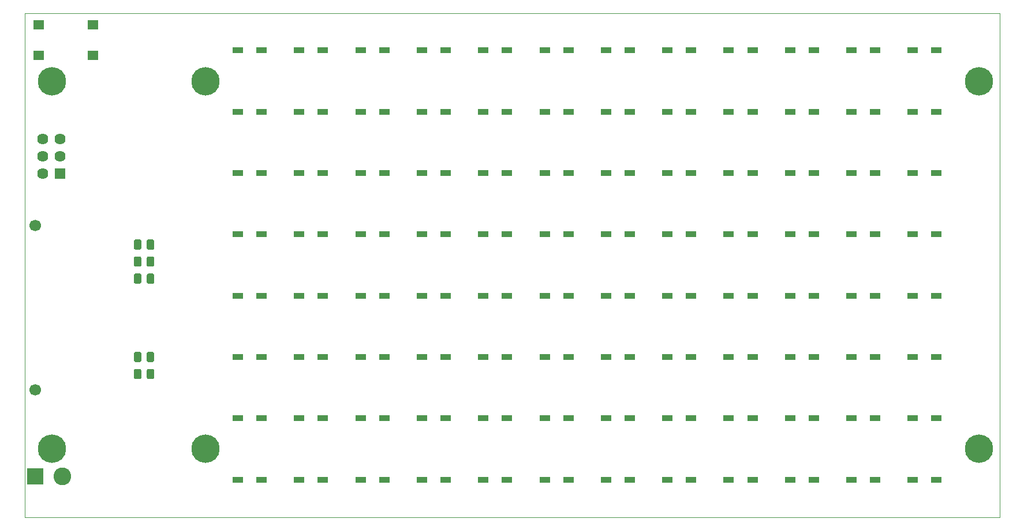
<source format=gbr>
G04 #@! TF.GenerationSoftware,KiCad,Pcbnew,(5.1.4)-1*
G04 #@! TF.CreationDate,2019-09-05T13:30:01+01:00*
G04 #@! TF.ProjectId,lpa96,6c706139-362e-46b6-9963-61645f706362,2.1*
G04 #@! TF.SameCoordinates,Original*
G04 #@! TF.FileFunction,Soldermask,Top*
G04 #@! TF.FilePolarity,Negative*
%FSLAX46Y46*%
G04 Gerber Fmt 4.6, Leading zero omitted, Abs format (unit mm)*
G04 Created by KiCad (PCBNEW (5.1.4)-1) date 2019-09-05 13:30:01*
%MOMM*%
%LPD*%
G04 APERTURE LIST*
%ADD10C,0.100000*%
%ADD11R,1.540000X0.850000*%
%ADD12R,2.400000X2.400000*%
%ADD13C,2.600000*%
%ADD14R,1.624000X1.624000*%
%ADD15C,1.624000*%
%ADD16R,1.650000X1.400000*%
%ADD17C,1.700000*%
%ADD18C,0.150000*%
%ADD19C,1.075000*%
%ADD20C,4.164000*%
G04 APERTURE END LIST*
D10*
X67000000Y-168500000D02*
X67000000Y-94500000D01*
X210000000Y-168500000D02*
X67000000Y-168500000D01*
X210000000Y-94500000D02*
X210000000Y-168500000D01*
X67000000Y-94500000D02*
X210000000Y-94500000D01*
D11*
X98260000Y-163000000D03*
X101740000Y-163000000D03*
X98260000Y-154000000D03*
X101740000Y-154000000D03*
X98260000Y-145000000D03*
X101740000Y-145000000D03*
X98260000Y-136000000D03*
X101740000Y-136000000D03*
X98260000Y-127000000D03*
X101740000Y-127000000D03*
X98260000Y-118000000D03*
X101740000Y-118000000D03*
X98260000Y-109000000D03*
X101740000Y-109000000D03*
X98260000Y-100000000D03*
X101740000Y-100000000D03*
X110740000Y-100000000D03*
X107260000Y-100000000D03*
X110740000Y-109000000D03*
X107260000Y-109000000D03*
X110740000Y-118000000D03*
X107260000Y-118000000D03*
X110740000Y-127000000D03*
X107260000Y-127000000D03*
X110740000Y-136000000D03*
X107260000Y-136000000D03*
X110740000Y-145000000D03*
X107260000Y-145000000D03*
X110740000Y-154000000D03*
X107260000Y-154000000D03*
X110740000Y-163000000D03*
X107260000Y-163000000D03*
X116260000Y-163000000D03*
X119740000Y-163000000D03*
X116260000Y-154000000D03*
X119740000Y-154000000D03*
X116260000Y-145000000D03*
X119740000Y-145000000D03*
X116260000Y-136000000D03*
X119740000Y-136000000D03*
X116260000Y-127000000D03*
X119740000Y-127000000D03*
X116260000Y-118000000D03*
X119740000Y-118000000D03*
X116260000Y-109000000D03*
X119740000Y-109000000D03*
X116260000Y-100000000D03*
X119740000Y-100000000D03*
X128740000Y-100000000D03*
X125260000Y-100000000D03*
X128740000Y-109000000D03*
X125260000Y-109000000D03*
X128740000Y-118000000D03*
X125260000Y-118000000D03*
X128740000Y-127000000D03*
X125260000Y-127000000D03*
X128740000Y-136000000D03*
X125260000Y-136000000D03*
X128740000Y-145000000D03*
X125260000Y-145000000D03*
X128740000Y-154000000D03*
X125260000Y-154000000D03*
X128740000Y-163000000D03*
X125260000Y-163000000D03*
X134260000Y-163000000D03*
X137740000Y-163000000D03*
X134260000Y-154000000D03*
X137740000Y-154000000D03*
X134260000Y-145000000D03*
X137740000Y-145000000D03*
X134260000Y-136000000D03*
X137740000Y-136000000D03*
X134260000Y-127000000D03*
X137740000Y-127000000D03*
X134260000Y-118000000D03*
X137740000Y-118000000D03*
X134260000Y-109000000D03*
X137740000Y-109000000D03*
X134260000Y-100000000D03*
X137740000Y-100000000D03*
X146740000Y-100000000D03*
X143260000Y-100000000D03*
X146740000Y-109000000D03*
X143260000Y-109000000D03*
X146740000Y-118000000D03*
X143260000Y-118000000D03*
X146740000Y-127000000D03*
X143260000Y-127000000D03*
X146740000Y-136000000D03*
X143260000Y-136000000D03*
X146740000Y-145000000D03*
X143260000Y-145000000D03*
X146740000Y-154000000D03*
X143260000Y-154000000D03*
X146740000Y-163000000D03*
X143260000Y-163000000D03*
X152260000Y-163000000D03*
X155740000Y-163000000D03*
X152260000Y-154000000D03*
X155740000Y-154000000D03*
X152260000Y-145000000D03*
X155740000Y-145000000D03*
X152260000Y-136000000D03*
X155740000Y-136000000D03*
X152260000Y-127000000D03*
X155740000Y-127000000D03*
X152260000Y-118000000D03*
X155740000Y-118000000D03*
X152260000Y-109000000D03*
X155740000Y-109000000D03*
X152260000Y-100000000D03*
X155740000Y-100000000D03*
X164740000Y-100000000D03*
X161260000Y-100000000D03*
X164740000Y-109000000D03*
X161260000Y-109000000D03*
X164740000Y-118000000D03*
X161260000Y-118000000D03*
X164740000Y-127000000D03*
X161260000Y-127000000D03*
X164740000Y-136000000D03*
X161260000Y-136000000D03*
X164740000Y-145000000D03*
X161260000Y-145000000D03*
X164740000Y-154000000D03*
X161260000Y-154000000D03*
X164740000Y-163000000D03*
X161260000Y-163000000D03*
X170260000Y-163000000D03*
X173740000Y-163000000D03*
X170260000Y-154000000D03*
X173740000Y-154000000D03*
X170260000Y-145000000D03*
X173740000Y-145000000D03*
X170260000Y-136000000D03*
X173740000Y-136000000D03*
X170260000Y-127000000D03*
X173740000Y-127000000D03*
X170260000Y-118000000D03*
X173740000Y-118000000D03*
X170260000Y-109000000D03*
X173740000Y-109000000D03*
X170260000Y-100000000D03*
X173740000Y-100000000D03*
X182740000Y-100000000D03*
X179260000Y-100000000D03*
X182740000Y-109000000D03*
X179260000Y-109000000D03*
X182740000Y-118000000D03*
X179260000Y-118000000D03*
X182740000Y-127000000D03*
X179260000Y-127000000D03*
X182740000Y-136000000D03*
X179260000Y-136000000D03*
X182740000Y-145000000D03*
X179260000Y-145000000D03*
X182740000Y-154000000D03*
X179260000Y-154000000D03*
X182740000Y-163000000D03*
X179260000Y-163000000D03*
X188260000Y-163000000D03*
X191740000Y-163000000D03*
X188260000Y-154000000D03*
X191740000Y-154000000D03*
X188260000Y-145000000D03*
X191740000Y-145000000D03*
X188260000Y-136000000D03*
X191740000Y-136000000D03*
X188260000Y-127000000D03*
X191740000Y-127000000D03*
X188260000Y-118000000D03*
X191740000Y-118000000D03*
X188260000Y-109000000D03*
X191740000Y-109000000D03*
X188260000Y-100000000D03*
X191740000Y-100000000D03*
X200740000Y-100000000D03*
X197260000Y-100000000D03*
X200740000Y-109000000D03*
X197260000Y-109000000D03*
X200740000Y-118000000D03*
X197260000Y-118000000D03*
X200740000Y-127000000D03*
X197260000Y-127000000D03*
X200740000Y-136000000D03*
X197260000Y-136000000D03*
X200740000Y-145000000D03*
X197260000Y-145000000D03*
X200740000Y-154000000D03*
X197260000Y-154000000D03*
X200740000Y-163000000D03*
X197260000Y-163000000D03*
D12*
X68520000Y-162500000D03*
D13*
X72480000Y-162500000D03*
D14*
X72140000Y-118040000D03*
D15*
X69600000Y-118040000D03*
X72140000Y-115500000D03*
X69600000Y-115500000D03*
X72140000Y-112960000D03*
X69600000Y-112960000D03*
D16*
X69025000Y-100750000D03*
X69025000Y-96250000D03*
X76975000Y-96250000D03*
X76975000Y-100750000D03*
D17*
X68500000Y-125700000D03*
X68500000Y-149850000D03*
D18*
G36*
X85732592Y-127751294D02*
G01*
X85758681Y-127755164D01*
X85784264Y-127761572D01*
X85809096Y-127770457D01*
X85832938Y-127781734D01*
X85855560Y-127795293D01*
X85876743Y-127811003D01*
X85896285Y-127828715D01*
X85913997Y-127848257D01*
X85929707Y-127869440D01*
X85943266Y-127892062D01*
X85954543Y-127915904D01*
X85963428Y-127940736D01*
X85969836Y-127966319D01*
X85973706Y-127992408D01*
X85975000Y-128018750D01*
X85975000Y-128981250D01*
X85973706Y-129007592D01*
X85969836Y-129033681D01*
X85963428Y-129059264D01*
X85954543Y-129084096D01*
X85943266Y-129107938D01*
X85929707Y-129130560D01*
X85913997Y-129151743D01*
X85896285Y-129171285D01*
X85876743Y-129188997D01*
X85855560Y-129204707D01*
X85832938Y-129218266D01*
X85809096Y-129229543D01*
X85784264Y-129238428D01*
X85758681Y-129244836D01*
X85732592Y-129248706D01*
X85706250Y-129250000D01*
X85168750Y-129250000D01*
X85142408Y-129248706D01*
X85116319Y-129244836D01*
X85090736Y-129238428D01*
X85065904Y-129229543D01*
X85042062Y-129218266D01*
X85019440Y-129204707D01*
X84998257Y-129188997D01*
X84978715Y-129171285D01*
X84961003Y-129151743D01*
X84945293Y-129130560D01*
X84931734Y-129107938D01*
X84920457Y-129084096D01*
X84911572Y-129059264D01*
X84905164Y-129033681D01*
X84901294Y-129007592D01*
X84900000Y-128981250D01*
X84900000Y-128018750D01*
X84901294Y-127992408D01*
X84905164Y-127966319D01*
X84911572Y-127940736D01*
X84920457Y-127915904D01*
X84931734Y-127892062D01*
X84945293Y-127869440D01*
X84961003Y-127848257D01*
X84978715Y-127828715D01*
X84998257Y-127811003D01*
X85019440Y-127795293D01*
X85042062Y-127781734D01*
X85065904Y-127770457D01*
X85090736Y-127761572D01*
X85116319Y-127755164D01*
X85142408Y-127751294D01*
X85168750Y-127750000D01*
X85706250Y-127750000D01*
X85732592Y-127751294D01*
X85732592Y-127751294D01*
G37*
D19*
X85437500Y-128500000D03*
D18*
G36*
X83857592Y-127751294D02*
G01*
X83883681Y-127755164D01*
X83909264Y-127761572D01*
X83934096Y-127770457D01*
X83957938Y-127781734D01*
X83980560Y-127795293D01*
X84001743Y-127811003D01*
X84021285Y-127828715D01*
X84038997Y-127848257D01*
X84054707Y-127869440D01*
X84068266Y-127892062D01*
X84079543Y-127915904D01*
X84088428Y-127940736D01*
X84094836Y-127966319D01*
X84098706Y-127992408D01*
X84100000Y-128018750D01*
X84100000Y-128981250D01*
X84098706Y-129007592D01*
X84094836Y-129033681D01*
X84088428Y-129059264D01*
X84079543Y-129084096D01*
X84068266Y-129107938D01*
X84054707Y-129130560D01*
X84038997Y-129151743D01*
X84021285Y-129171285D01*
X84001743Y-129188997D01*
X83980560Y-129204707D01*
X83957938Y-129218266D01*
X83934096Y-129229543D01*
X83909264Y-129238428D01*
X83883681Y-129244836D01*
X83857592Y-129248706D01*
X83831250Y-129250000D01*
X83293750Y-129250000D01*
X83267408Y-129248706D01*
X83241319Y-129244836D01*
X83215736Y-129238428D01*
X83190904Y-129229543D01*
X83167062Y-129218266D01*
X83144440Y-129204707D01*
X83123257Y-129188997D01*
X83103715Y-129171285D01*
X83086003Y-129151743D01*
X83070293Y-129130560D01*
X83056734Y-129107938D01*
X83045457Y-129084096D01*
X83036572Y-129059264D01*
X83030164Y-129033681D01*
X83026294Y-129007592D01*
X83025000Y-128981250D01*
X83025000Y-128018750D01*
X83026294Y-127992408D01*
X83030164Y-127966319D01*
X83036572Y-127940736D01*
X83045457Y-127915904D01*
X83056734Y-127892062D01*
X83070293Y-127869440D01*
X83086003Y-127848257D01*
X83103715Y-127828715D01*
X83123257Y-127811003D01*
X83144440Y-127795293D01*
X83167062Y-127781734D01*
X83190904Y-127770457D01*
X83215736Y-127761572D01*
X83241319Y-127755164D01*
X83267408Y-127751294D01*
X83293750Y-127750000D01*
X83831250Y-127750000D01*
X83857592Y-127751294D01*
X83857592Y-127751294D01*
G37*
D19*
X83562500Y-128500000D03*
D18*
G36*
X85732592Y-130251294D02*
G01*
X85758681Y-130255164D01*
X85784264Y-130261572D01*
X85809096Y-130270457D01*
X85832938Y-130281734D01*
X85855560Y-130295293D01*
X85876743Y-130311003D01*
X85896285Y-130328715D01*
X85913997Y-130348257D01*
X85929707Y-130369440D01*
X85943266Y-130392062D01*
X85954543Y-130415904D01*
X85963428Y-130440736D01*
X85969836Y-130466319D01*
X85973706Y-130492408D01*
X85975000Y-130518750D01*
X85975000Y-131481250D01*
X85973706Y-131507592D01*
X85969836Y-131533681D01*
X85963428Y-131559264D01*
X85954543Y-131584096D01*
X85943266Y-131607938D01*
X85929707Y-131630560D01*
X85913997Y-131651743D01*
X85896285Y-131671285D01*
X85876743Y-131688997D01*
X85855560Y-131704707D01*
X85832938Y-131718266D01*
X85809096Y-131729543D01*
X85784264Y-131738428D01*
X85758681Y-131744836D01*
X85732592Y-131748706D01*
X85706250Y-131750000D01*
X85168750Y-131750000D01*
X85142408Y-131748706D01*
X85116319Y-131744836D01*
X85090736Y-131738428D01*
X85065904Y-131729543D01*
X85042062Y-131718266D01*
X85019440Y-131704707D01*
X84998257Y-131688997D01*
X84978715Y-131671285D01*
X84961003Y-131651743D01*
X84945293Y-131630560D01*
X84931734Y-131607938D01*
X84920457Y-131584096D01*
X84911572Y-131559264D01*
X84905164Y-131533681D01*
X84901294Y-131507592D01*
X84900000Y-131481250D01*
X84900000Y-130518750D01*
X84901294Y-130492408D01*
X84905164Y-130466319D01*
X84911572Y-130440736D01*
X84920457Y-130415904D01*
X84931734Y-130392062D01*
X84945293Y-130369440D01*
X84961003Y-130348257D01*
X84978715Y-130328715D01*
X84998257Y-130311003D01*
X85019440Y-130295293D01*
X85042062Y-130281734D01*
X85065904Y-130270457D01*
X85090736Y-130261572D01*
X85116319Y-130255164D01*
X85142408Y-130251294D01*
X85168750Y-130250000D01*
X85706250Y-130250000D01*
X85732592Y-130251294D01*
X85732592Y-130251294D01*
G37*
D19*
X85437500Y-131000000D03*
D18*
G36*
X83857592Y-130251294D02*
G01*
X83883681Y-130255164D01*
X83909264Y-130261572D01*
X83934096Y-130270457D01*
X83957938Y-130281734D01*
X83980560Y-130295293D01*
X84001743Y-130311003D01*
X84021285Y-130328715D01*
X84038997Y-130348257D01*
X84054707Y-130369440D01*
X84068266Y-130392062D01*
X84079543Y-130415904D01*
X84088428Y-130440736D01*
X84094836Y-130466319D01*
X84098706Y-130492408D01*
X84100000Y-130518750D01*
X84100000Y-131481250D01*
X84098706Y-131507592D01*
X84094836Y-131533681D01*
X84088428Y-131559264D01*
X84079543Y-131584096D01*
X84068266Y-131607938D01*
X84054707Y-131630560D01*
X84038997Y-131651743D01*
X84021285Y-131671285D01*
X84001743Y-131688997D01*
X83980560Y-131704707D01*
X83957938Y-131718266D01*
X83934096Y-131729543D01*
X83909264Y-131738428D01*
X83883681Y-131744836D01*
X83857592Y-131748706D01*
X83831250Y-131750000D01*
X83293750Y-131750000D01*
X83267408Y-131748706D01*
X83241319Y-131744836D01*
X83215736Y-131738428D01*
X83190904Y-131729543D01*
X83167062Y-131718266D01*
X83144440Y-131704707D01*
X83123257Y-131688997D01*
X83103715Y-131671285D01*
X83086003Y-131651743D01*
X83070293Y-131630560D01*
X83056734Y-131607938D01*
X83045457Y-131584096D01*
X83036572Y-131559264D01*
X83030164Y-131533681D01*
X83026294Y-131507592D01*
X83025000Y-131481250D01*
X83025000Y-130518750D01*
X83026294Y-130492408D01*
X83030164Y-130466319D01*
X83036572Y-130440736D01*
X83045457Y-130415904D01*
X83056734Y-130392062D01*
X83070293Y-130369440D01*
X83086003Y-130348257D01*
X83103715Y-130328715D01*
X83123257Y-130311003D01*
X83144440Y-130295293D01*
X83167062Y-130281734D01*
X83190904Y-130270457D01*
X83215736Y-130261572D01*
X83241319Y-130255164D01*
X83267408Y-130251294D01*
X83293750Y-130250000D01*
X83831250Y-130250000D01*
X83857592Y-130251294D01*
X83857592Y-130251294D01*
G37*
D19*
X83562500Y-131000000D03*
D18*
G36*
X85732592Y-132751294D02*
G01*
X85758681Y-132755164D01*
X85784264Y-132761572D01*
X85809096Y-132770457D01*
X85832938Y-132781734D01*
X85855560Y-132795293D01*
X85876743Y-132811003D01*
X85896285Y-132828715D01*
X85913997Y-132848257D01*
X85929707Y-132869440D01*
X85943266Y-132892062D01*
X85954543Y-132915904D01*
X85963428Y-132940736D01*
X85969836Y-132966319D01*
X85973706Y-132992408D01*
X85975000Y-133018750D01*
X85975000Y-133981250D01*
X85973706Y-134007592D01*
X85969836Y-134033681D01*
X85963428Y-134059264D01*
X85954543Y-134084096D01*
X85943266Y-134107938D01*
X85929707Y-134130560D01*
X85913997Y-134151743D01*
X85896285Y-134171285D01*
X85876743Y-134188997D01*
X85855560Y-134204707D01*
X85832938Y-134218266D01*
X85809096Y-134229543D01*
X85784264Y-134238428D01*
X85758681Y-134244836D01*
X85732592Y-134248706D01*
X85706250Y-134250000D01*
X85168750Y-134250000D01*
X85142408Y-134248706D01*
X85116319Y-134244836D01*
X85090736Y-134238428D01*
X85065904Y-134229543D01*
X85042062Y-134218266D01*
X85019440Y-134204707D01*
X84998257Y-134188997D01*
X84978715Y-134171285D01*
X84961003Y-134151743D01*
X84945293Y-134130560D01*
X84931734Y-134107938D01*
X84920457Y-134084096D01*
X84911572Y-134059264D01*
X84905164Y-134033681D01*
X84901294Y-134007592D01*
X84900000Y-133981250D01*
X84900000Y-133018750D01*
X84901294Y-132992408D01*
X84905164Y-132966319D01*
X84911572Y-132940736D01*
X84920457Y-132915904D01*
X84931734Y-132892062D01*
X84945293Y-132869440D01*
X84961003Y-132848257D01*
X84978715Y-132828715D01*
X84998257Y-132811003D01*
X85019440Y-132795293D01*
X85042062Y-132781734D01*
X85065904Y-132770457D01*
X85090736Y-132761572D01*
X85116319Y-132755164D01*
X85142408Y-132751294D01*
X85168750Y-132750000D01*
X85706250Y-132750000D01*
X85732592Y-132751294D01*
X85732592Y-132751294D01*
G37*
D19*
X85437500Y-133500000D03*
D18*
G36*
X83857592Y-132751294D02*
G01*
X83883681Y-132755164D01*
X83909264Y-132761572D01*
X83934096Y-132770457D01*
X83957938Y-132781734D01*
X83980560Y-132795293D01*
X84001743Y-132811003D01*
X84021285Y-132828715D01*
X84038997Y-132848257D01*
X84054707Y-132869440D01*
X84068266Y-132892062D01*
X84079543Y-132915904D01*
X84088428Y-132940736D01*
X84094836Y-132966319D01*
X84098706Y-132992408D01*
X84100000Y-133018750D01*
X84100000Y-133981250D01*
X84098706Y-134007592D01*
X84094836Y-134033681D01*
X84088428Y-134059264D01*
X84079543Y-134084096D01*
X84068266Y-134107938D01*
X84054707Y-134130560D01*
X84038997Y-134151743D01*
X84021285Y-134171285D01*
X84001743Y-134188997D01*
X83980560Y-134204707D01*
X83957938Y-134218266D01*
X83934096Y-134229543D01*
X83909264Y-134238428D01*
X83883681Y-134244836D01*
X83857592Y-134248706D01*
X83831250Y-134250000D01*
X83293750Y-134250000D01*
X83267408Y-134248706D01*
X83241319Y-134244836D01*
X83215736Y-134238428D01*
X83190904Y-134229543D01*
X83167062Y-134218266D01*
X83144440Y-134204707D01*
X83123257Y-134188997D01*
X83103715Y-134171285D01*
X83086003Y-134151743D01*
X83070293Y-134130560D01*
X83056734Y-134107938D01*
X83045457Y-134084096D01*
X83036572Y-134059264D01*
X83030164Y-134033681D01*
X83026294Y-134007592D01*
X83025000Y-133981250D01*
X83025000Y-133018750D01*
X83026294Y-132992408D01*
X83030164Y-132966319D01*
X83036572Y-132940736D01*
X83045457Y-132915904D01*
X83056734Y-132892062D01*
X83070293Y-132869440D01*
X83086003Y-132848257D01*
X83103715Y-132828715D01*
X83123257Y-132811003D01*
X83144440Y-132795293D01*
X83167062Y-132781734D01*
X83190904Y-132770457D01*
X83215736Y-132761572D01*
X83241319Y-132755164D01*
X83267408Y-132751294D01*
X83293750Y-132750000D01*
X83831250Y-132750000D01*
X83857592Y-132751294D01*
X83857592Y-132751294D01*
G37*
D19*
X83562500Y-133500000D03*
D18*
G36*
X85732592Y-144251294D02*
G01*
X85758681Y-144255164D01*
X85784264Y-144261572D01*
X85809096Y-144270457D01*
X85832938Y-144281734D01*
X85855560Y-144295293D01*
X85876743Y-144311003D01*
X85896285Y-144328715D01*
X85913997Y-144348257D01*
X85929707Y-144369440D01*
X85943266Y-144392062D01*
X85954543Y-144415904D01*
X85963428Y-144440736D01*
X85969836Y-144466319D01*
X85973706Y-144492408D01*
X85975000Y-144518750D01*
X85975000Y-145481250D01*
X85973706Y-145507592D01*
X85969836Y-145533681D01*
X85963428Y-145559264D01*
X85954543Y-145584096D01*
X85943266Y-145607938D01*
X85929707Y-145630560D01*
X85913997Y-145651743D01*
X85896285Y-145671285D01*
X85876743Y-145688997D01*
X85855560Y-145704707D01*
X85832938Y-145718266D01*
X85809096Y-145729543D01*
X85784264Y-145738428D01*
X85758681Y-145744836D01*
X85732592Y-145748706D01*
X85706250Y-145750000D01*
X85168750Y-145750000D01*
X85142408Y-145748706D01*
X85116319Y-145744836D01*
X85090736Y-145738428D01*
X85065904Y-145729543D01*
X85042062Y-145718266D01*
X85019440Y-145704707D01*
X84998257Y-145688997D01*
X84978715Y-145671285D01*
X84961003Y-145651743D01*
X84945293Y-145630560D01*
X84931734Y-145607938D01*
X84920457Y-145584096D01*
X84911572Y-145559264D01*
X84905164Y-145533681D01*
X84901294Y-145507592D01*
X84900000Y-145481250D01*
X84900000Y-144518750D01*
X84901294Y-144492408D01*
X84905164Y-144466319D01*
X84911572Y-144440736D01*
X84920457Y-144415904D01*
X84931734Y-144392062D01*
X84945293Y-144369440D01*
X84961003Y-144348257D01*
X84978715Y-144328715D01*
X84998257Y-144311003D01*
X85019440Y-144295293D01*
X85042062Y-144281734D01*
X85065904Y-144270457D01*
X85090736Y-144261572D01*
X85116319Y-144255164D01*
X85142408Y-144251294D01*
X85168750Y-144250000D01*
X85706250Y-144250000D01*
X85732592Y-144251294D01*
X85732592Y-144251294D01*
G37*
D19*
X85437500Y-145000000D03*
D18*
G36*
X83857592Y-144251294D02*
G01*
X83883681Y-144255164D01*
X83909264Y-144261572D01*
X83934096Y-144270457D01*
X83957938Y-144281734D01*
X83980560Y-144295293D01*
X84001743Y-144311003D01*
X84021285Y-144328715D01*
X84038997Y-144348257D01*
X84054707Y-144369440D01*
X84068266Y-144392062D01*
X84079543Y-144415904D01*
X84088428Y-144440736D01*
X84094836Y-144466319D01*
X84098706Y-144492408D01*
X84100000Y-144518750D01*
X84100000Y-145481250D01*
X84098706Y-145507592D01*
X84094836Y-145533681D01*
X84088428Y-145559264D01*
X84079543Y-145584096D01*
X84068266Y-145607938D01*
X84054707Y-145630560D01*
X84038997Y-145651743D01*
X84021285Y-145671285D01*
X84001743Y-145688997D01*
X83980560Y-145704707D01*
X83957938Y-145718266D01*
X83934096Y-145729543D01*
X83909264Y-145738428D01*
X83883681Y-145744836D01*
X83857592Y-145748706D01*
X83831250Y-145750000D01*
X83293750Y-145750000D01*
X83267408Y-145748706D01*
X83241319Y-145744836D01*
X83215736Y-145738428D01*
X83190904Y-145729543D01*
X83167062Y-145718266D01*
X83144440Y-145704707D01*
X83123257Y-145688997D01*
X83103715Y-145671285D01*
X83086003Y-145651743D01*
X83070293Y-145630560D01*
X83056734Y-145607938D01*
X83045457Y-145584096D01*
X83036572Y-145559264D01*
X83030164Y-145533681D01*
X83026294Y-145507592D01*
X83025000Y-145481250D01*
X83025000Y-144518750D01*
X83026294Y-144492408D01*
X83030164Y-144466319D01*
X83036572Y-144440736D01*
X83045457Y-144415904D01*
X83056734Y-144392062D01*
X83070293Y-144369440D01*
X83086003Y-144348257D01*
X83103715Y-144328715D01*
X83123257Y-144311003D01*
X83144440Y-144295293D01*
X83167062Y-144281734D01*
X83190904Y-144270457D01*
X83215736Y-144261572D01*
X83241319Y-144255164D01*
X83267408Y-144251294D01*
X83293750Y-144250000D01*
X83831250Y-144250000D01*
X83857592Y-144251294D01*
X83857592Y-144251294D01*
G37*
D19*
X83562500Y-145000000D03*
D18*
G36*
X85732592Y-146751294D02*
G01*
X85758681Y-146755164D01*
X85784264Y-146761572D01*
X85809096Y-146770457D01*
X85832938Y-146781734D01*
X85855560Y-146795293D01*
X85876743Y-146811003D01*
X85896285Y-146828715D01*
X85913997Y-146848257D01*
X85929707Y-146869440D01*
X85943266Y-146892062D01*
X85954543Y-146915904D01*
X85963428Y-146940736D01*
X85969836Y-146966319D01*
X85973706Y-146992408D01*
X85975000Y-147018750D01*
X85975000Y-147981250D01*
X85973706Y-148007592D01*
X85969836Y-148033681D01*
X85963428Y-148059264D01*
X85954543Y-148084096D01*
X85943266Y-148107938D01*
X85929707Y-148130560D01*
X85913997Y-148151743D01*
X85896285Y-148171285D01*
X85876743Y-148188997D01*
X85855560Y-148204707D01*
X85832938Y-148218266D01*
X85809096Y-148229543D01*
X85784264Y-148238428D01*
X85758681Y-148244836D01*
X85732592Y-148248706D01*
X85706250Y-148250000D01*
X85168750Y-148250000D01*
X85142408Y-148248706D01*
X85116319Y-148244836D01*
X85090736Y-148238428D01*
X85065904Y-148229543D01*
X85042062Y-148218266D01*
X85019440Y-148204707D01*
X84998257Y-148188997D01*
X84978715Y-148171285D01*
X84961003Y-148151743D01*
X84945293Y-148130560D01*
X84931734Y-148107938D01*
X84920457Y-148084096D01*
X84911572Y-148059264D01*
X84905164Y-148033681D01*
X84901294Y-148007592D01*
X84900000Y-147981250D01*
X84900000Y-147018750D01*
X84901294Y-146992408D01*
X84905164Y-146966319D01*
X84911572Y-146940736D01*
X84920457Y-146915904D01*
X84931734Y-146892062D01*
X84945293Y-146869440D01*
X84961003Y-146848257D01*
X84978715Y-146828715D01*
X84998257Y-146811003D01*
X85019440Y-146795293D01*
X85042062Y-146781734D01*
X85065904Y-146770457D01*
X85090736Y-146761572D01*
X85116319Y-146755164D01*
X85142408Y-146751294D01*
X85168750Y-146750000D01*
X85706250Y-146750000D01*
X85732592Y-146751294D01*
X85732592Y-146751294D01*
G37*
D19*
X85437500Y-147500000D03*
D18*
G36*
X83857592Y-146751294D02*
G01*
X83883681Y-146755164D01*
X83909264Y-146761572D01*
X83934096Y-146770457D01*
X83957938Y-146781734D01*
X83980560Y-146795293D01*
X84001743Y-146811003D01*
X84021285Y-146828715D01*
X84038997Y-146848257D01*
X84054707Y-146869440D01*
X84068266Y-146892062D01*
X84079543Y-146915904D01*
X84088428Y-146940736D01*
X84094836Y-146966319D01*
X84098706Y-146992408D01*
X84100000Y-147018750D01*
X84100000Y-147981250D01*
X84098706Y-148007592D01*
X84094836Y-148033681D01*
X84088428Y-148059264D01*
X84079543Y-148084096D01*
X84068266Y-148107938D01*
X84054707Y-148130560D01*
X84038997Y-148151743D01*
X84021285Y-148171285D01*
X84001743Y-148188997D01*
X83980560Y-148204707D01*
X83957938Y-148218266D01*
X83934096Y-148229543D01*
X83909264Y-148238428D01*
X83883681Y-148244836D01*
X83857592Y-148248706D01*
X83831250Y-148250000D01*
X83293750Y-148250000D01*
X83267408Y-148248706D01*
X83241319Y-148244836D01*
X83215736Y-148238428D01*
X83190904Y-148229543D01*
X83167062Y-148218266D01*
X83144440Y-148204707D01*
X83123257Y-148188997D01*
X83103715Y-148171285D01*
X83086003Y-148151743D01*
X83070293Y-148130560D01*
X83056734Y-148107938D01*
X83045457Y-148084096D01*
X83036572Y-148059264D01*
X83030164Y-148033681D01*
X83026294Y-148007592D01*
X83025000Y-147981250D01*
X83025000Y-147018750D01*
X83026294Y-146992408D01*
X83030164Y-146966319D01*
X83036572Y-146940736D01*
X83045457Y-146915904D01*
X83056734Y-146892062D01*
X83070293Y-146869440D01*
X83086003Y-146848257D01*
X83103715Y-146828715D01*
X83123257Y-146811003D01*
X83144440Y-146795293D01*
X83167062Y-146781734D01*
X83190904Y-146770457D01*
X83215736Y-146761572D01*
X83241319Y-146755164D01*
X83267408Y-146751294D01*
X83293750Y-146750000D01*
X83831250Y-146750000D01*
X83857592Y-146751294D01*
X83857592Y-146751294D01*
G37*
D19*
X83562500Y-147500000D03*
D20*
X207000000Y-158500000D03*
X207000000Y-104500000D03*
X71000000Y-158500000D03*
X93500000Y-158500000D03*
X93500000Y-104500000D03*
X71000000Y-104500000D03*
M02*

</source>
